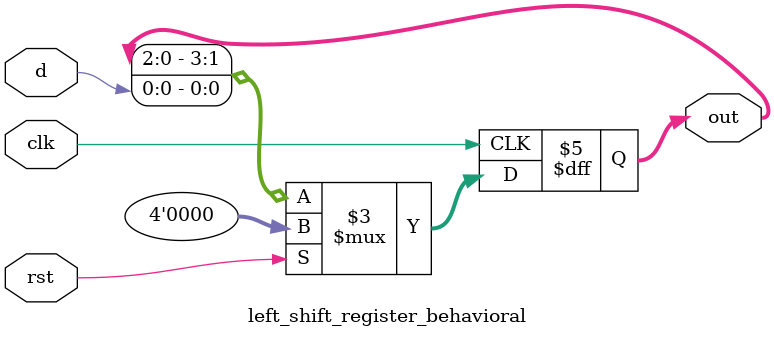
<source format=v>


module left_shift_register_behavioral (
    input            clk,           // clk
    input            rst,           // Reset
    input            d,             // d
    output reg [3:0] out);          // out

    // LEFT SHIFT REGISTER
    // ALWAYS BLOCK with NON-BLOCKING PROCEDURAL ASSIGNMENT STATEMENT
    always @ (posedge clk) begin
        if (rst) begin
            out <= 4'b0000;
        end else begin
            out <= {out[2:0], d};
        end
    end

endmodule

</source>
